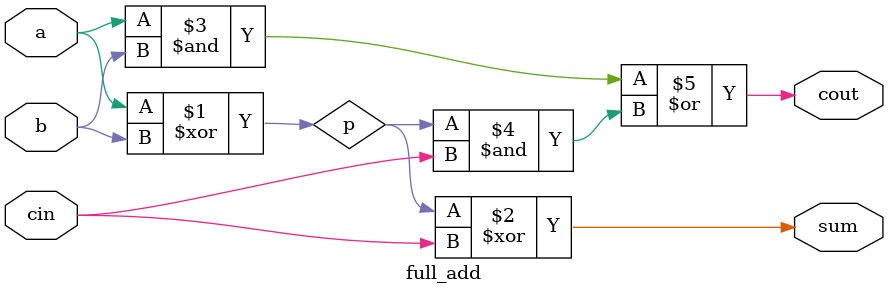
<source format=v>
module full_add ( 
    input a, b, cin,   
    output sum, cout 

);
    //assign {cout,sum}=a+b+cin;
    wire p;
    assign p=a^b;
    assign sum=p^cin;
    assign cout=(a&b)|(p&cin);

endmodule
</source>
